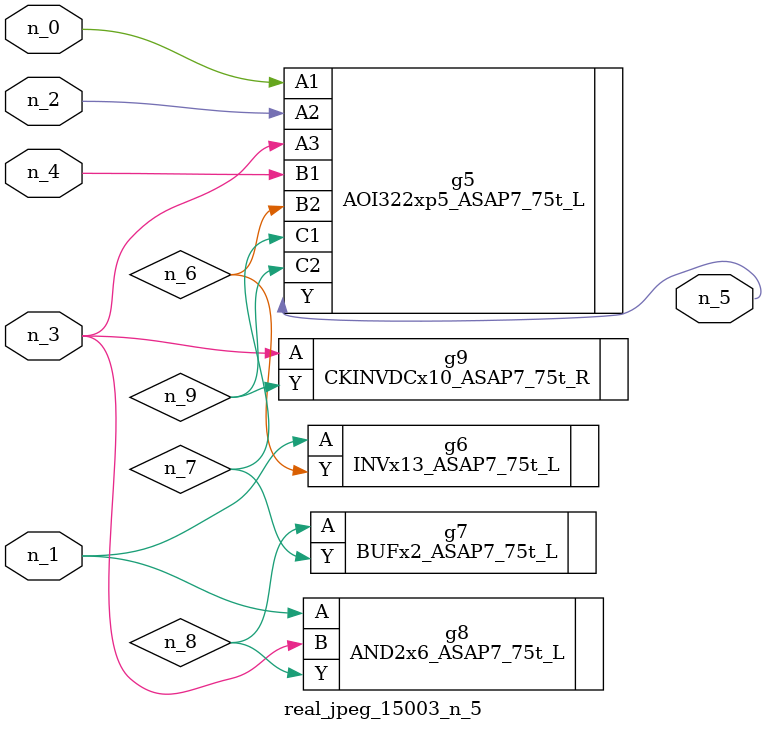
<source format=v>
module real_jpeg_15003_n_5 (n_4, n_0, n_1, n_2, n_3, n_5);

input n_4;
input n_0;
input n_1;
input n_2;
input n_3;

output n_5;

wire n_8;
wire n_6;
wire n_7;
wire n_9;

AOI322xp5_ASAP7_75t_L g5 ( 
.A1(n_0),
.A2(n_2),
.A3(n_3),
.B1(n_4),
.B2(n_6),
.C1(n_7),
.C2(n_9),
.Y(n_5)
);

INVx13_ASAP7_75t_L g6 ( 
.A(n_1),
.Y(n_6)
);

AND2x6_ASAP7_75t_L g8 ( 
.A(n_1),
.B(n_3),
.Y(n_8)
);

CKINVDCx10_ASAP7_75t_R g9 ( 
.A(n_3),
.Y(n_9)
);

BUFx2_ASAP7_75t_L g7 ( 
.A(n_8),
.Y(n_7)
);


endmodule
</source>
